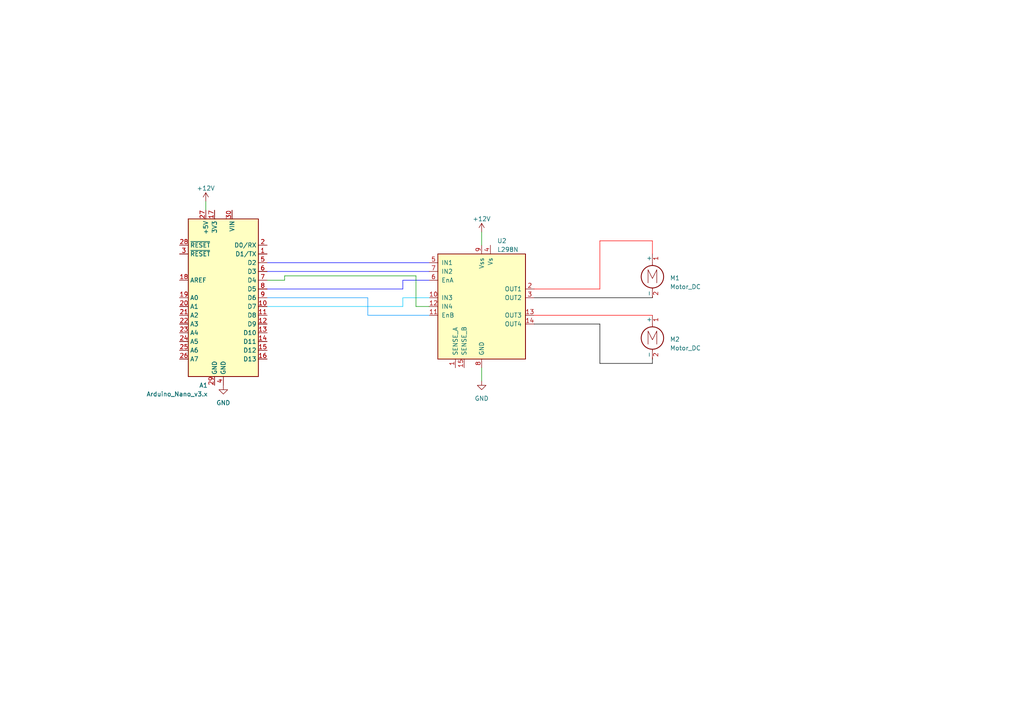
<source format=kicad_sch>
(kicad_sch (version 20230121) (generator eeschema)
  (paper "A4")
  (lib_symbols
    (symbol "Driver_Motor:L298N" (pin_names (offset 1.016))
      (property "Reference" "U" (at -10.16 16.51 0))
      (property "Value" "L298N" (at 12.7 16.51 0))
      (symbol "L298N_0_1"
        (rectangle (start -12.7 15.24) (end 12.7 -15.24) (stroke (width 0.254)) (fill (type background)))
      )
      (symbol "L298N_1_1"
        (pin power_in line (at -7.62 -17.78 90) (length 2.54) (name "SENSE_A") (number "1"))
        (pin input line (at -15.24 2.54 0) (length 2.54) (name "IN3") (number "10"))
        (pin input line (at -15.24 -2.54 0) (length 2.54) (name "EnB") (number "11"))
        (pin input line (at -15.24 0 0) (length 2.54) (name "IN4") (number "12"))
        (pin output line (at 15.24 -2.54 180) (length 2.54) (name "OUT3") (number "13"))
        (pin output line (at 15.24 -5.08 180) (length 2.54) (name "OUT4") (number "14"))
        (pin power_in line (at -5.08 -17.78 90) (length 2.54) (name "SENSE_B") (number "15"))
        (pin output line (at 15.24 5.08 180) (length 2.54) (name "OUT1") (number "2"))
        (pin output line (at 15.24 2.54 180) (length 2.54) (name "OUT2") (number "3"))
        (pin power_in line (at 2.54 17.78 270) (length 2.54) (name "Vs") (number "4"))
        (pin input line (at -15.24 12.7 0) (length 2.54) (name "IN1") (number "5"))
        (pin input line (at -15.24 7.62 0) (length 2.54) (name "EnA") (number "6"))
        (pin input line (at -15.24 10.16 0) (length 2.54) (name "IN2") (number "7"))
        (pin power_in line (at 0 -17.78 90) (length 2.54) (name "GND") (number "8"))
        (pin power_in line (at 0 17.78 270) (length 2.54) (name "Vss") (number "9"))
      )
    )
    (symbol "MCU_Module:Arduino_Nano_v3.x"
      (property "Reference" "A" (at -10.16 23.495 0))
      (property "Value" "Arduino_Nano_v3.x" (at 5.08 -24.13 0))
      (symbol "Arduino_Nano_v3.x_0_1"
        (rectangle (start -10.16 22.86) (end 10.16 -22.86) (stroke (width 0.254)) (fill (type background)))
      )
      (symbol "Arduino_Nano_v3.x_1_1"
        (pin bidirectional line (at -12.7 12.7 0) (length 2.54) (name "D1/TX") (number "1"))
        (pin bidirectional line (at -12.7 -2.54 0) (length 2.54) (name "D7") (number "10"))
        (pin bidirectional line (at -12.7 -5.08 0) (length 2.54) (name "D8") (number "11"))
        (pin bidirectional line (at -12.7 -7.62 0) (length 2.54) (name "D9") (number "12"))
        (pin bidirectional line (at -12.7 -10.16 0) (length 2.54) (name "D10") (number "13"))
        (pin bidirectional line (at -12.7 -12.7 0) (length 2.54) (name "D11") (number "14"))
        (pin bidirectional line (at -12.7 -15.24 0) (length 2.54) (name "D12") (number "15"))
        (pin bidirectional line (at -12.7 -17.78 0) (length 2.54) (name "D13") (number "16"))
        (pin power_out line (at 2.54 25.4 270) (length 2.54) (name "3V3") (number "17"))
        (pin input line (at 12.7 5.08 180) (length 2.54) (name "AREF") (number "18"))
        (pin bidirectional line (at 12.7 0 180) (length 2.54) (name "A0") (number "19"))
        (pin bidirectional line (at -12.7 15.24 0) (length 2.54) (name "D0/RX") (number "2"))
        (pin bidirectional line (at 12.7 -2.54 180) (length 2.54) (name "A1") (number "20"))
        (pin bidirectional line (at 12.7 -5.08 180) (length 2.54) (name "A2") (number "21"))
        (pin bidirectional line (at 12.7 -7.62 180) (length 2.54) (name "A3") (number "22"))
        (pin bidirectional line (at 12.7 -10.16 180) (length 2.54) (name "A4") (number "23"))
        (pin bidirectional line (at 12.7 -12.7 180) (length 2.54) (name "A5") (number "24"))
        (pin bidirectional line (at 12.7 -15.24 180) (length 2.54) (name "A6") (number "25"))
        (pin bidirectional line (at 12.7 -17.78 180) (length 2.54) (name "A7") (number "26"))
        (pin power_out line (at 5.08 25.4 270) (length 2.54) (name "+5V") (number "27"))
        (pin input line (at 12.7 15.24 180) (length 2.54) (name "~{RESET}") (number "28"))
        (pin power_in line (at 2.54 -25.4 90) (length 2.54) (name "GND") (number "29"))
        (pin input line (at 12.7 12.7 180) (length 2.54) (name "~{RESET}") (number "3"))
        (pin power_in line (at -2.54 25.4 270) (length 2.54) (name "VIN") (number "30"))
        (pin power_in line (at 0 -25.4 90) (length 2.54) (name "GND") (number "4"))
        (pin bidirectional line (at -12.7 10.16 0) (length 2.54) (name "D2") (number "5"))
        (pin bidirectional line (at -12.7 7.62 0) (length 2.54) (name "D3") (number "6"))
        (pin bidirectional line (at -12.7 5.08 0) (length 2.54) (name "D4") (number "7"))
        (pin bidirectional line (at -12.7 2.54 0) (length 2.54) (name "D5") (number "8"))
        (pin bidirectional line (at -12.7 0 0) (length 2.54) (name "D6") (number "9"))
      )
    )
    (symbol "Motor:Motor_DC" (pin_names (offset 0))
      (property "Reference" "M" (at 2.54 2.54 0))
      (property "Value" "Motor_DC" (at 2.54 -5.08 0))
      (symbol "Motor_DC_0_0"
        (polyline (pts (xy -1.27 -3.302) (xy -1.27 0.508) (xy 0 -2.032) (xy 1.27 0.508) (xy 1.27 -3.302)))
      )
      (symbol "Motor_DC_0_1"
        (circle (center 0 -1.524) (radius 3.2512) (stroke (width 0.254)))
        (polyline (pts (xy 0 -7.62) (xy 0 -7.112)))
        (polyline (pts (xy 0 -4.7752) (xy 0 -5.1816)))
        (polyline (pts (xy 0 1.7272) (xy 0 2.0828)))
        (polyline (pts (xy 0 2.032) (xy 0 2.54)))
      )
      (symbol "Motor_DC_1_1"
        (pin passive line (at 0 5.08 270) (length 2.54) (name "+") (number "1"))
        (pin passive line (at 0 -7.62 90) (length 2.54) (name "-") (number "2"))
      )
    )
    (symbol "power:+12V" (power) (pin_names (offset 0))
      (property "Value" "+12V" (at 0 3.556 0))
      (symbol "+12V_0_1"
        (polyline (pts (xy -0.762 1.27) (xy 0 2.54)))
        (polyline (pts (xy 0 0) (xy 0 2.54)))
        (polyline (pts (xy 0 2.54) (xy 0.762 1.27)))
      )
      (symbol "+12V_1_1"
        (pin power_in line (at 0 0 90) (length 0) hide (name "+12V") (number "1"))
      )
    )
    (symbol "power:GND" (power) (pin_names (offset 0))
      (property "Value" "GND" (at 0 -3.81 0))
      (symbol "GND_0_1"
        (polyline (pts (xy 0 0) (xy 0 -1.27) (xy 1.27 -1.27) (xy 0 -2.54) (xy -1.27 -1.27) (xy 0 -1.27)))
      )
      (symbol "GND_1_1"
        (pin power_in line (at 0 0 270) (length 0) hide (name "GND") (number "1"))
      )
    )
  )
  (wire (pts (xy 124.46 88.9) (xy 120.65 88.9)))
  (wire (pts (xy 82.55 80.01) (xy 82.55 81.28)))
  (wire (pts (xy 120.65 88.9) (xy 120.65 80.01)))
  (wire (pts (xy 154.94 93.98) (xy 173.99 93.98)) (stroke (width 0) (color 0 0 0 1)))
  (wire (pts (xy 189.23 69.85) (xy 189.23 73.66)) (stroke (width 0) (color 255 0 0 1)))
  (wire (pts (xy 173.99 93.98) (xy 173.99 105.41)) (stroke (width 0) (color 0 0 0 1)))
  (wire (pts (xy 77.47 86.36) (xy 106.68 86.36)) (stroke (width 0) (color 0 150 255 1)))
  (wire (pts (xy 59.69 58.42) (xy 59.69 60.96)))
  (wire (pts (xy 139.7 71.12) (xy 139.7 67.31)))
  (wire (pts (xy 139.7 110.49) (xy 139.7 106.68)))
  (wire (pts (xy 116.84 83.82) (xy 116.84 81.28)) (stroke (width 0) (color 0 0 255 1)))
  (wire (pts (xy 77.47 83.82) (xy 116.84 83.82)) (stroke (width 0) (color 0 0 255 1)))
  (wire (pts (xy 173.99 105.41) (xy 189.23 105.41)) (stroke (width 0) (color 0 0 0 1)))
  (wire (pts (xy 189.23 105.41) (xy 189.23 104.14)) (stroke (width 0) (color 0 0 0 1)))
  (wire (pts (xy 173.99 83.82) (xy 173.99 69.85)) (stroke (width 0) (color 255 0 0 1)))
  (wire (pts (xy 116.84 81.28) (xy 124.46 81.28)) (stroke (width 0) (color 0 0 255 1)))
  (wire (pts (xy 154.94 83.82) (xy 173.99 83.82)) (stroke (width 0) (color 255 0 0 1)))
  (wire (pts (xy 106.68 91.44) (xy 124.46 91.44)) (stroke (width 0) (color 0 150 255 1)))
  (wire (pts (xy 173.99 69.85) (xy 189.23 69.85)) (stroke (width 0) (color 255 0 0 1)))
  (wire (pts (xy 120.65 80.01) (xy 82.55 80.01)))
  (wire (pts (xy 116.84 86.36) (xy 124.46 86.36)) (stroke (width 0) (color 0 200 255 1)))
  (wire (pts (xy 77.47 88.9) (xy 116.84 88.9)) (stroke (width 0) (color 0 200 255 1)))
  (wire (pts (xy 77.47 78.74) (xy 124.46 78.74)) (stroke (width 0) (color 0 0 255 1)))
  (wire (pts (xy 116.84 88.9) (xy 116.84 86.36)) (stroke (width 0) (color 0 200 255 1)))
  (wire (pts (xy 154.94 86.36) (xy 189.23 86.36)) (stroke (width 0) (color 0 0 0 1)))
  (wire (pts (xy 82.55 81.28) (xy 77.47 81.28)))
  (wire (pts (xy 106.68 86.36) (xy 106.68 91.44)) (stroke (width 0) (color 0 150 255 1)))
  (wire (pts (xy 77.47 76.2) (xy 124.46 76.2)) (stroke (width 0) (color 0 0 255 1)))
  (wire (pts (xy 154.94 91.44) (xy 189.23 91.44)) (stroke (width 0) (color 255 0 0 1)))
  (symbol (lib_id "power:GND") (at 139.7 110.49 0) (unit 1)
    (property "Reference" "#PWR01" (effects hide))
    (property "Value" "GND" (at 139.7 115.57 0))
  )
  (symbol (lib_id "Motor:Motor_DC") (at 189.23 78.74 0) (unit 1)
    (property "Reference" "M1" (at 194.31 80.645 0) (effects (justify left)))
    (property "Value" "Motor_DC" (at 194.31 83.185 0) (effects (justify left)))
  )
  (symbol (lib_id "power:+12V") (at 59.69 58.42 0) (unit 1)
    (property "Reference" "#PWR03" (effects hide))
    (property "Value" "+5V" (at 59.69 54.61 0))
    (instances (project "electric_schemes" (path "" (reference "#PWR03") (unit 1)) (path "" (reference "#PWR09") (unit 1))))
  )
  (symbol (lib_id "power:GND") (at 64.77 111.76 0) (unit 1)
    (property "Reference" "#PWR01" (effects hide))
    (property "Value" "GND" (at 64.77 116.84 0))
    (instances (project "electric_schemes" (path "" (reference "#PWR01") (unit 1)) (path "" (reference "#PWR07") (unit 1))))
  )
  (symbol (lib_id "Driver_Motor:L298N") (at 139.7 88.9 0) (unit 1)
    (property "Reference" "U2" (at 144.1959 69.85 0) (effects (justify left)))
    (property "Value" "L298N" (at 144.1959 72.39 0) (effects (justify left)))
    (property "Footprint" "Package_TO_SOT_THT:TO-220-15_P2.54x2.54mm_StaggerOdd_Lead4.58mm_Vertical" (effects hide))
    (property "Datasheet" "http://www.st.com/st-web-ui/static/active/en/resource/technical/document/datasheet/CD00000240.pdf" (effects hide))
  )
  (symbol (lib_id "Motor:Motor_DC") (at 189.23 96.52 0) (unit 1)
    (property "Reference" "M2" (at 194.31 98.425 0) (effects (justify left)))
    (property "Value" "Motor_DC" (at 194.31 100.965 0) (effects (justify left)))
  )
  (symbol (lib_id "MCU_Module:Arduino_Nano_v3.x") (at 64.77 86.36 0) (mirror y) (unit 1)
    (property "Reference" "A1" (at 60.2741 111.76 0) (effects (justify left)))
    (property "Value" "Arduino_Nano_v3.x" (at 60.2741 114.3 0) (effects (justify left)))
    (property "Footprint" "Module:Arduino_Nano" (effects hide))
    (property "Datasheet" "http://www.mouser.com/pdfdocs/Gravitech_Arduino_Nano3_0.pdf" (effects hide))
  )
  (symbol (lib_id "power:+12V") (at 139.7 67.31 0) (unit 1)
    (property "Reference" "#PWR03" (effects hide))
    (property "Value" "+12V" (at 139.7 63.5 0))
    (instances (project "electric_schemes" (path "" (reference "#PWR03") (unit 1)) (path "" (reference "#PWR08") (unit 1))))
  )
)
</source>
